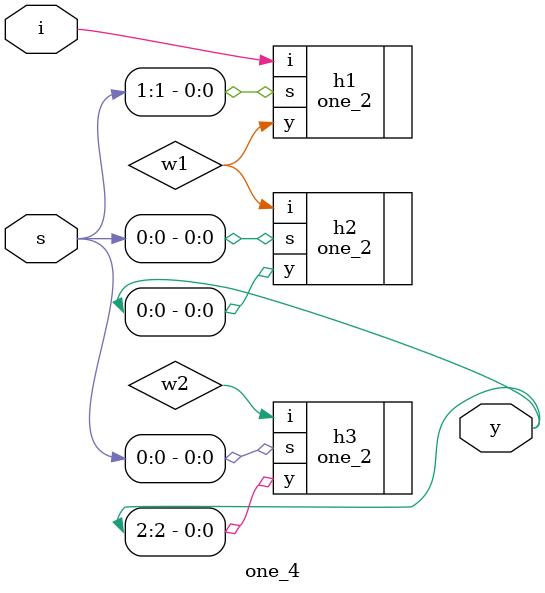
<source format=v>
module one_4(i,s,y);
input i;
input [1:0]s ;
output [3:0] y;
wire [3:0] y;
wire w1,w2;
one_2 h1(.i(i),.s(s[1]),.y(w1));//,.y[1](w2));
one_2 h2(.i(w1),.s(s[0]),.y(y[0]));//,.y[1](y[1]));
one_2 h3(.i(w2),.s(s[0]),.y(y[2]));//,.y[1](y[3]));
endmodule


/*module one_2(i,s,y);
input i,s;
output [1:0] y;
wire [1:0] y;
and (y[0],(~s),i);
and (y[1],s,i);
endmodule
*/
</source>
